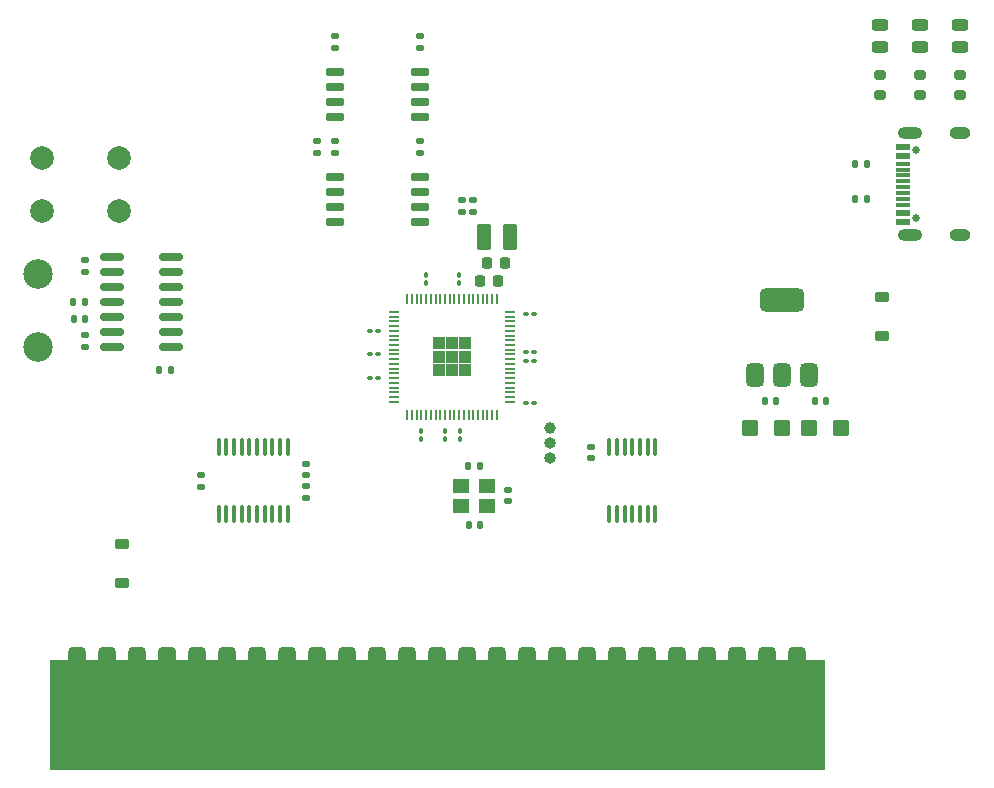
<source format=gbr>
%TF.GenerationSoftware,KiCad,Pcbnew,8.0.4*%
%TF.CreationDate,2024-09-04T03:30:15+02:00*%
%TF.ProjectId,Pico2-MSX,5069636f-322d-44d5-9358-2e6b69636164,rev?*%
%TF.SameCoordinates,Original*%
%TF.FileFunction,Soldermask,Top*%
%TF.FilePolarity,Negative*%
%FSLAX46Y46*%
G04 Gerber Fmt 4.6, Leading zero omitted, Abs format (unit mm)*
G04 Created by KiCad (PCBNEW 8.0.4) date 2024-09-04 03:30:15*
%MOMM*%
%LPD*%
G01*
G04 APERTURE LIST*
G04 Aperture macros list*
%AMRoundRect*
0 Rectangle with rounded corners*
0 $1 Rounding radius*
0 $2 $3 $4 $5 $6 $7 $8 $9 X,Y pos of 4 corners*
0 Add a 4 corners polygon primitive as box body*
4,1,4,$2,$3,$4,$5,$6,$7,$8,$9,$2,$3,0*
0 Add four circle primitives for the rounded corners*
1,1,$1+$1,$2,$3*
1,1,$1+$1,$4,$5*
1,1,$1+$1,$6,$7*
1,1,$1+$1,$8,$9*
0 Add four rect primitives between the rounded corners*
20,1,$1+$1,$2,$3,$4,$5,0*
20,1,$1+$1,$4,$5,$6,$7,0*
20,1,$1+$1,$6,$7,$8,$9,0*
20,1,$1+$1,$8,$9,$2,$3,0*%
G04 Aperture macros list end*
%ADD10C,0.120000*%
%ADD11RoundRect,0.100000X-0.100000X0.130000X-0.100000X-0.130000X0.100000X-0.130000X0.100000X0.130000X0*%
%ADD12C,2.500000*%
%ADD13C,0.650000*%
%ADD14R,1.240000X0.600000*%
%ADD15R,1.240000X0.300000*%
%ADD16O,2.100000X1.000000*%
%ADD17O,1.800000X1.000000*%
%ADD18RoundRect,0.135000X0.135000X0.185000X-0.135000X0.185000X-0.135000X-0.185000X0.135000X-0.185000X0*%
%ADD19RoundRect,0.150000X-0.650000X-0.150000X0.650000X-0.150000X0.650000X0.150000X-0.650000X0.150000X0*%
%ADD20RoundRect,0.100000X-0.100000X0.637500X-0.100000X-0.637500X0.100000X-0.637500X0.100000X0.637500X0*%
%ADD21RoundRect,0.100000X0.130000X0.100000X-0.130000X0.100000X-0.130000X-0.100000X0.130000X-0.100000X0*%
%ADD22R,1.400000X1.200000*%
%ADD23RoundRect,0.140000X-0.140000X-0.170000X0.140000X-0.170000X0.140000X0.170000X-0.140000X0.170000X0*%
%ADD24RoundRect,0.135000X-0.185000X0.135000X-0.185000X-0.135000X0.185000X-0.135000X0.185000X0.135000X0*%
%ADD25RoundRect,0.243750X0.456250X-0.243750X0.456250X0.243750X-0.456250X0.243750X-0.456250X-0.243750X0*%
%ADD26RoundRect,0.200000X-0.275000X0.200000X-0.275000X-0.200000X0.275000X-0.200000X0.275000X0.200000X0*%
%ADD27RoundRect,0.055000X0.335000X-0.055000X0.335000X0.055000X-0.335000X0.055000X-0.335000X-0.055000X0*%
%ADD28RoundRect,0.055000X-0.055000X-0.335000X0.055000X-0.335000X0.055000X0.335000X-0.055000X0.335000X0*%
%ADD29C,0.600000*%
%ADD30R,1.133333X1.133333*%
%ADD31RoundRect,0.100000X-0.130000X-0.100000X0.130000X-0.100000X0.130000X0.100000X-0.130000X0.100000X0*%
%ADD32RoundRect,0.250000X-0.450000X-0.425000X0.450000X-0.425000X0.450000X0.425000X-0.450000X0.425000X0*%
%ADD33RoundRect,0.140000X0.170000X-0.140000X0.170000X0.140000X-0.170000X0.140000X-0.170000X-0.140000X0*%
%ADD34RoundRect,0.375000X-0.375000X-4.625000X0.375000X-4.625000X0.375000X4.625000X-0.375000X4.625000X0*%
%ADD35RoundRect,0.375000X-0.375000X-4.125000X0.375000X-4.125000X0.375000X4.125000X-0.375000X4.125000X0*%
%ADD36C,1.000000*%
%ADD37O,1.000000X1.000000*%
%ADD38RoundRect,0.135000X0.185000X-0.135000X0.185000X0.135000X-0.185000X0.135000X-0.185000X-0.135000X0*%
%ADD39RoundRect,0.225000X-0.225000X-0.250000X0.225000X-0.250000X0.225000X0.250000X-0.225000X0.250000X0*%
%ADD40RoundRect,0.140000X0.140000X0.170000X-0.140000X0.170000X-0.140000X-0.170000X0.140000X-0.170000X0*%
%ADD41RoundRect,0.225000X0.375000X-0.225000X0.375000X0.225000X-0.375000X0.225000X-0.375000X-0.225000X0*%
%ADD42RoundRect,0.150000X0.825000X0.150000X-0.825000X0.150000X-0.825000X-0.150000X0.825000X-0.150000X0*%
%ADD43RoundRect,0.135000X-0.135000X-0.185000X0.135000X-0.185000X0.135000X0.185000X-0.135000X0.185000X0*%
%ADD44RoundRect,0.100000X0.100000X-0.130000X0.100000X0.130000X-0.100000X0.130000X-0.100000X-0.130000X0*%
%ADD45RoundRect,0.100000X0.100000X-0.637500X0.100000X0.637500X-0.100000X0.637500X-0.100000X-0.637500X0*%
%ADD46RoundRect,0.140000X-0.170000X0.140000X-0.170000X-0.140000X0.170000X-0.140000X0.170000X0.140000X0*%
%ADD47RoundRect,0.250000X-0.375000X-0.850000X0.375000X-0.850000X0.375000X0.850000X-0.375000X0.850000X0*%
%ADD48RoundRect,0.225000X-0.375000X0.225000X-0.375000X-0.225000X0.375000X-0.225000X0.375000X0.225000X0*%
%ADD49RoundRect,0.375000X0.375000X-0.625000X0.375000X0.625000X-0.375000X0.625000X-0.375000X-0.625000X0*%
%ADD50RoundRect,0.500000X1.400000X-0.500000X1.400000X0.500000X-1.400000X0.500000X-1.400000X-0.500000X0*%
%ADD51RoundRect,0.250000X0.450000X0.425000X-0.450000X0.425000X-0.450000X-0.425000X0.450000X-0.425000X0*%
%ADD52C,2.000000*%
G04 APERTURE END LIST*
%TO.C,U5*%
D10*
X73126500Y-104873500D02*
X138658500Y-104873500D01*
X138658500Y-114073500D01*
X73126500Y-114073500D01*
X73126500Y-104873500D01*
G36*
X73126500Y-104873500D02*
G01*
X138658500Y-104873500D01*
X138658500Y-114073500D01*
X73126500Y-114073500D01*
X73126500Y-104873500D01*
G37*
%TD*%
D11*
%TO.C,C14*%
X107852500Y-85499000D03*
X107852500Y-86139000D03*
%TD*%
D12*
%TO.C,TP1*%
X72143750Y-72231500D03*
%TD*%
D11*
%TO.C,C10*%
X104562500Y-85499000D03*
X104562500Y-86139000D03*
%TD*%
D13*
%TO.C,J2*%
X146467500Y-67504000D03*
X146467500Y-61724000D03*
D14*
X145347500Y-67814000D03*
X145347500Y-67014000D03*
D15*
X145347500Y-65864000D03*
X145347500Y-64864000D03*
X145347500Y-64364000D03*
X145347500Y-63364000D03*
D14*
X145347500Y-62214000D03*
X145347500Y-61414000D03*
X145347500Y-61414000D03*
X145347500Y-62214000D03*
D15*
X145347500Y-62864000D03*
X145347500Y-63864000D03*
X145347500Y-65364000D03*
X145347500Y-66364000D03*
D14*
X145347500Y-67014000D03*
X145347500Y-67814000D03*
D16*
X145947500Y-68934000D03*
D17*
X150147500Y-68934000D03*
D16*
X145947500Y-60294000D03*
D17*
X150147500Y-60294000D03*
%TD*%
D18*
%TO.C,R12*%
X142280000Y-65864000D03*
X141260000Y-65864000D03*
%TD*%
D19*
%TO.C,U4*%
X97212500Y-63979000D03*
X97212500Y-65249000D03*
X97212500Y-66519000D03*
X97212500Y-67789000D03*
X104412500Y-67789000D03*
X104412500Y-66519000D03*
X104412500Y-65249000D03*
X104412500Y-63979000D03*
%TD*%
D20*
%TO.C,U2*%
X93252500Y-86829000D03*
X92602500Y-86829000D03*
X91952500Y-86829000D03*
X91302500Y-86829000D03*
X90652500Y-86829000D03*
X90002500Y-86829000D03*
X89352500Y-86829000D03*
X88702500Y-86829000D03*
X88052500Y-86829000D03*
X87402500Y-86829000D03*
X87402500Y-92554000D03*
X88052500Y-92554000D03*
X88702500Y-92554000D03*
X89352500Y-92554000D03*
X90002500Y-92554000D03*
X90652500Y-92554000D03*
X91302500Y-92554000D03*
X91952500Y-92554000D03*
X92602500Y-92554000D03*
X93252500Y-92554000D03*
%TD*%
D21*
%TO.C,C7*%
X100882500Y-81019000D03*
X100242500Y-81019000D03*
%TD*%
D18*
%TO.C,R11*%
X142280000Y-62867750D03*
X141260000Y-62867750D03*
%TD*%
%TO.C,R1*%
X76112500Y-74582500D03*
X75092500Y-74582500D03*
%TD*%
D22*
%TO.C,Y1*%
X107937500Y-91816500D03*
X110137500Y-91816500D03*
X110137500Y-90116500D03*
X107937500Y-90116500D03*
%TD*%
D23*
%TO.C,C15*%
X108557500Y-93466500D03*
X109517500Y-93466500D03*
%TD*%
D24*
%TO.C,R9*%
X108962500Y-65932750D03*
X108962500Y-66952750D03*
%TD*%
D25*
%TO.C,D2*%
X143362500Y-52956500D03*
X143362500Y-51081500D03*
%TD*%
D24*
%TO.C,R7*%
X97212500Y-60929000D03*
X97212500Y-61949000D03*
%TD*%
D26*
%TO.C,R15*%
X150162500Y-55394000D03*
X150162500Y-57044000D03*
%TD*%
D27*
%TO.C,U6*%
X102266000Y-75419000D03*
X102266000Y-75819000D03*
X102266000Y-76219000D03*
X102266000Y-76619000D03*
X102266000Y-77019000D03*
X102266000Y-77419000D03*
X102266000Y-77819000D03*
X102266000Y-78219000D03*
X102266000Y-78619000D03*
X102266000Y-79019000D03*
X102266000Y-79419000D03*
X102266000Y-79819000D03*
X102266000Y-80219000D03*
X102266000Y-80619000D03*
X102266000Y-81019000D03*
X102266000Y-81419000D03*
X102266000Y-81819000D03*
X102266000Y-82219000D03*
X102266000Y-82619000D03*
X102266000Y-83019000D03*
D28*
X103362500Y-84115500D03*
X103762500Y-84115500D03*
X104162500Y-84115500D03*
X104562500Y-84115500D03*
X104962500Y-84115500D03*
X105362500Y-84115500D03*
X105762500Y-84115500D03*
X106162500Y-84115500D03*
X106562500Y-84115500D03*
X106962500Y-84115500D03*
X107362500Y-84115500D03*
X107762500Y-84115500D03*
X108162500Y-84115500D03*
X108562500Y-84115500D03*
X108962500Y-84115500D03*
X109362500Y-84115500D03*
X109762500Y-84115500D03*
X110162500Y-84115500D03*
X110562500Y-84115500D03*
X110962500Y-84115500D03*
D27*
X112059000Y-83019000D03*
X112059000Y-82619000D03*
X112059000Y-82219000D03*
X112059000Y-81819000D03*
X112059000Y-81419000D03*
X112059000Y-81019000D03*
X112059000Y-80619000D03*
X112059000Y-80219000D03*
X112059000Y-79819000D03*
X112059000Y-79419000D03*
X112059000Y-79019000D03*
X112059000Y-78619000D03*
X112059000Y-78219000D03*
X112059000Y-77819000D03*
X112059000Y-77419000D03*
X112059000Y-77019000D03*
X112059000Y-76619000D03*
X112059000Y-76219000D03*
X112059000Y-75819000D03*
X112059000Y-75419000D03*
D28*
X110962500Y-74322500D03*
X110562500Y-74322500D03*
X110162500Y-74322500D03*
X109762500Y-74322500D03*
X109362500Y-74322500D03*
X108962500Y-74322500D03*
X108562500Y-74322500D03*
X108162500Y-74322500D03*
X107762500Y-74322500D03*
X107362500Y-74322500D03*
X106962500Y-74322500D03*
X106562500Y-74322500D03*
X106162500Y-74322500D03*
X105762500Y-74322500D03*
X105362500Y-74322500D03*
X104962500Y-74322500D03*
X104562500Y-74322500D03*
X104162500Y-74322500D03*
X103762500Y-74322500D03*
X103362500Y-74322500D03*
D29*
X106029167Y-78085667D03*
D30*
X106029167Y-78085667D03*
D29*
X106029167Y-79219000D03*
D30*
X106029167Y-79219000D03*
D29*
X106029167Y-80352333D03*
D30*
X106029167Y-80352333D03*
D29*
X107162500Y-78085667D03*
D30*
X107162500Y-78085667D03*
D29*
X107162500Y-79219000D03*
D30*
X107162500Y-79219000D03*
D29*
X107162500Y-80352333D03*
D30*
X107162500Y-80352333D03*
D29*
X108295833Y-78085667D03*
D30*
X108295833Y-78085667D03*
D29*
X108295833Y-79219000D03*
D30*
X108295833Y-79219000D03*
D29*
X108295833Y-80352333D03*
D30*
X108295833Y-80352333D03*
%TD*%
D31*
%TO.C,C22*%
X113442500Y-83109000D03*
X114082500Y-83109000D03*
%TD*%
D32*
%TO.C,C27*%
X137402500Y-85206500D03*
X140102500Y-85206500D03*
%TD*%
D33*
%TO.C,C9*%
X104412500Y-61919000D03*
X104412500Y-60959000D03*
%TD*%
D34*
%TO.C,U5*%
X136372500Y-108746500D03*
X133832500Y-108746500D03*
X131292500Y-108746500D03*
X128752500Y-108746500D03*
X126212500Y-108746500D03*
X123672500Y-108746500D03*
X121132500Y-108746500D03*
X118592500Y-108746500D03*
X116052500Y-108746500D03*
X113512500Y-108746500D03*
X110972500Y-108746500D03*
X108432500Y-108746500D03*
X105892500Y-108746500D03*
X103352500Y-108746500D03*
X100812500Y-108746500D03*
X98272500Y-108746500D03*
X95732500Y-108746500D03*
X93192500Y-108746500D03*
X90652500Y-108746500D03*
X88112500Y-108746500D03*
X85572500Y-108746500D03*
D35*
X83032500Y-108246500D03*
D34*
X80492500Y-108746500D03*
X77952500Y-108746500D03*
X75412500Y-108746500D03*
%TD*%
D36*
%TO.C,J1*%
X115417500Y-85251500D03*
D37*
X115417500Y-86521500D03*
X115417500Y-87791500D03*
%TD*%
D38*
%TO.C,R2*%
X76112500Y-72042500D03*
X76112500Y-71022500D03*
%TD*%
D24*
%TO.C,R4*%
X85882500Y-89181500D03*
X85882500Y-90201500D03*
%TD*%
D38*
%TO.C,R3*%
X76112500Y-78392500D03*
X76112500Y-77372500D03*
%TD*%
%TO.C,R5*%
X95732500Y-61949000D03*
X95732500Y-60929000D03*
%TD*%
D24*
%TO.C,R8*%
X108012500Y-65932750D03*
X108012500Y-66952750D03*
%TD*%
D39*
%TO.C,C16*%
X109512500Y-72805250D03*
X111062500Y-72805250D03*
%TD*%
D21*
%TO.C,C5*%
X100882500Y-77019000D03*
X100242500Y-77019000D03*
%TD*%
D40*
%TO.C,C25*%
X134632500Y-82931500D03*
X133672500Y-82931500D03*
%TD*%
D41*
%TO.C,D3*%
X143533750Y-77447750D03*
X143533750Y-74147750D03*
%TD*%
D39*
%TO.C,C17*%
X110087500Y-71255250D03*
X111637500Y-71255250D03*
%TD*%
D42*
%TO.C,U1*%
X83350000Y-78392500D03*
X83350000Y-77122500D03*
X83350000Y-75852500D03*
X83350000Y-74582500D03*
X83350000Y-73312500D03*
X83350000Y-72042500D03*
X83350000Y-70772500D03*
X78400000Y-70772500D03*
X78400000Y-72042500D03*
X78400000Y-73312500D03*
X78400000Y-74582500D03*
X78400000Y-75852500D03*
X78400000Y-77122500D03*
X78400000Y-78392500D03*
%TD*%
D43*
%TO.C,R10*%
X108527500Y-88466500D03*
X109547500Y-88466500D03*
%TD*%
D33*
%TO.C,C4*%
X94780000Y-91129000D03*
X94780000Y-90169000D03*
%TD*%
D12*
%TO.C,TP2*%
X72143750Y-78392500D03*
%TD*%
D44*
%TO.C,C13*%
X107762500Y-72939000D03*
X107762500Y-72299000D03*
%TD*%
D26*
%TO.C,R13*%
X143362500Y-55394000D03*
X143362500Y-57044000D03*
%TD*%
D40*
%TO.C,C2*%
X83350000Y-80297500D03*
X82390000Y-80297500D03*
%TD*%
D45*
%TO.C,U7*%
X120482500Y-92560000D03*
X121132500Y-92560000D03*
X121782500Y-92560000D03*
X122432500Y-92560000D03*
X123082500Y-92560000D03*
X123732500Y-92560000D03*
X124382500Y-92560000D03*
X124382500Y-86835000D03*
X123732500Y-86835000D03*
X123082500Y-86835000D03*
X122432500Y-86835000D03*
X121782500Y-86835000D03*
X121132500Y-86835000D03*
X120482500Y-86835000D03*
%TD*%
D46*
%TO.C,C3*%
X94780000Y-88264000D03*
X94780000Y-89224000D03*
%TD*%
D33*
%TO.C,C8*%
X104412500Y-53029000D03*
X104412500Y-52069000D03*
%TD*%
D46*
%TO.C,C18*%
X111937500Y-90486500D03*
X111937500Y-91446500D03*
%TD*%
D26*
%TO.C,R14*%
X146762500Y-55394000D03*
X146762500Y-57044000D03*
%TD*%
D47*
%TO.C,L1*%
X109897500Y-69055250D03*
X112047500Y-69055250D03*
%TD*%
D31*
%TO.C,C19*%
X113442500Y-75594000D03*
X114082500Y-75594000D03*
%TD*%
D21*
%TO.C,C6*%
X100882500Y-79019000D03*
X100242500Y-79019000D03*
%TD*%
D44*
%TO.C,C11*%
X104962500Y-72939000D03*
X104962500Y-72299000D03*
%TD*%
D46*
%TO.C,C23*%
X118910000Y-86835000D03*
X118910000Y-87795000D03*
%TD*%
D11*
%TO.C,C12*%
X106562500Y-85499000D03*
X106562500Y-86139000D03*
%TD*%
D25*
%TO.C,D4*%
X146762500Y-52956500D03*
X146762500Y-51081500D03*
%TD*%
D48*
%TO.C,D1*%
X79222500Y-95032500D03*
X79222500Y-98332500D03*
%TD*%
D40*
%TO.C,C1*%
X76112500Y-76011250D03*
X75152500Y-76011250D03*
%TD*%
D23*
%TO.C,C26*%
X137872500Y-82931500D03*
X138832500Y-82931500D03*
%TD*%
D25*
%TO.C,D5*%
X150162500Y-52956500D03*
X150162500Y-51081500D03*
%TD*%
D31*
%TO.C,C21*%
X113442500Y-79594000D03*
X114082500Y-79594000D03*
%TD*%
D49*
%TO.C,U8*%
X132802500Y-80719000D03*
X135102500Y-80719000D03*
D50*
X135102500Y-74419000D03*
D49*
X137402500Y-80719000D03*
%TD*%
D51*
%TO.C,C24*%
X135102500Y-85206500D03*
X132402500Y-85206500D03*
%TD*%
D24*
%TO.C,R6*%
X97212500Y-52039000D03*
X97212500Y-53059000D03*
%TD*%
D19*
%TO.C,U3*%
X97212500Y-55089000D03*
X97212500Y-56359000D03*
X97212500Y-57629000D03*
X97212500Y-58899000D03*
X104412500Y-58899000D03*
X104412500Y-57629000D03*
X104412500Y-56359000D03*
X104412500Y-55089000D03*
%TD*%
D31*
%TO.C,C20*%
X113442500Y-78844000D03*
X114082500Y-78844000D03*
%TD*%
D52*
%TO.C,SW1*%
X72480000Y-66864000D03*
X78980000Y-66864000D03*
X72480000Y-62364000D03*
X78980000Y-62364000D03*
%TD*%
M02*

</source>
